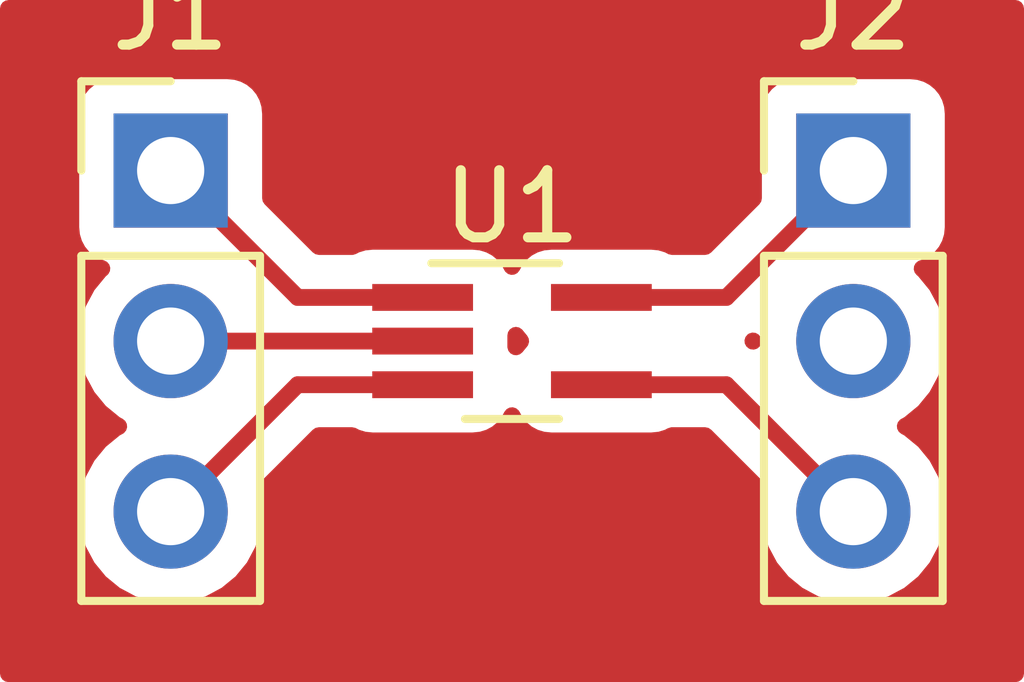
<source format=kicad_pcb>
(kicad_pcb (version 20171130) (host pcbnew 5.1.2)

  (general
    (thickness 1.6)
    (drawings 0)
    (tracks 9)
    (zones 0)
    (modules 3)
    (nets 7)
  )

  (page A4)
  (layers
    (0 F.Cu signal)
    (31 B.Cu signal hide)
    (32 B.Adhes user hide)
    (33 F.Adhes user hide)
    (34 B.Paste user hide)
    (35 F.Paste user hide)
    (36 B.SilkS user hide)
    (37 F.SilkS user hide)
    (38 B.Mask user hide)
    (39 F.Mask user hide)
    (40 Dwgs.User user hide)
    (41 Cmts.User user hide)
    (42 Eco1.User user hide)
    (43 Eco2.User user hide)
    (44 Edge.Cuts user hide)
    (45 Margin user hide)
    (46 B.CrtYd user hide)
    (47 F.CrtYd user hide)
    (48 B.Fab user hide)
    (49 F.Fab user hide)
  )

  (setup
    (last_trace_width 0.25)
    (trace_clearance 0.2)
    (zone_clearance 0.508)
    (zone_45_only no)
    (trace_min 0.2)
    (via_size 0.8)
    (via_drill 0.4)
    (via_min_size 0.4)
    (via_min_drill 0.3)
    (uvia_size 0.3)
    (uvia_drill 0.1)
    (uvias_allowed no)
    (uvia_min_size 0.2)
    (uvia_min_drill 0.1)
    (edge_width 0.05)
    (segment_width 0.2)
    (pcb_text_width 0.3)
    (pcb_text_size 1.5 1.5)
    (mod_edge_width 0.12)
    (mod_text_size 1 1)
    (mod_text_width 0.15)
    (pad_size 1.524 1.524)
    (pad_drill 0.762)
    (pad_to_mask_clearance 0.051)
    (solder_mask_min_width 0.25)
    (aux_axis_origin 0 0)
    (visible_elements FFFFFF7F)
    (pcbplotparams
      (layerselection 0x00000_7fffffff)
      (usegerberextensions false)
      (usegerberattributes false)
      (usegerberadvancedattributes false)
      (creategerberjobfile false)
      (excludeedgelayer true)
      (linewidth 0.100000)
      (plotframeref false)
      (viasonmask false)
      (mode 1)
      (useauxorigin false)
      (hpglpennumber 1)
      (hpglpenspeed 20)
      (hpglpendiameter 15.000000)
      (psnegative true)
      (psa4output false)
      (plotreference true)
      (plotvalue true)
      (plotinvisibletext false)
      (padsonsilk false)
      (subtractmaskfromsilk false)
      (outputformat 4)
      (mirror false)
      (drillshape 2)
      (scaleselection 1)
      (outputdirectory ""))
  )

  (net 0 "")
  (net 1 "Net-(J1-Pad3)")
  (net 2 "Net-(J1-Pad2)")
  (net 3 "Net-(J1-Pad1)")
  (net 4 "Net-(J2-Pad3)")
  (net 5 "Net-(J2-Pad2)")
  (net 6 "Net-(J2-Pad1)")

  (net_class Default "This is the default net class."
    (clearance 0.2)
    (trace_width 0.25)
    (via_dia 0.8)
    (via_drill 0.4)
    (uvia_dia 0.3)
    (uvia_drill 0.1)
    (add_net "Net-(J1-Pad1)")
    (add_net "Net-(J1-Pad2)")
    (add_net "Net-(J1-Pad3)")
    (add_net "Net-(J2-Pad1)")
    (add_net "Net-(J2-Pad2)")
    (add_net "Net-(J2-Pad3)")
  )

  (module Package_TO_SOT_SMD:SOT-353_SC-70-5_Handsoldering (layer F.Cu) (tedit 5C9ED275) (tstamp 5D646377)
    (at 160.02 96.52)
    (descr "SOT-353, SC-70-5, Handsoldering")
    (tags "SOT-353 SC-70-5 Handsoldering")
    (path /5D63F652)
    (attr smd)
    (fp_text reference U1 (at 0 -2) (layer F.SilkS)
      (effects (font (size 1 1) (thickness 0.15)))
    )
    (fp_text value MIC920BC5 (at 0 2 180) (layer F.Fab)
      (effects (font (size 1 1) (thickness 0.15)))
    )
    (fp_line (start -0.175 -1.1) (end -0.675 -0.6) (layer F.Fab) (width 0.1))
    (fp_line (start 0.675 1.1) (end -0.675 1.1) (layer F.Fab) (width 0.1))
    (fp_line (start 0.675 -1.1) (end 0.675 1.1) (layer F.Fab) (width 0.1))
    (fp_line (start -2.4 1.4) (end 2.4 1.4) (layer F.CrtYd) (width 0.05))
    (fp_line (start -0.675 -0.6) (end -0.675 1.1) (layer F.Fab) (width 0.1))
    (fp_line (start 0.675 -1.1) (end -0.175 -1.1) (layer F.Fab) (width 0.1))
    (fp_line (start -2.4 -1.4) (end 2.4 -1.4) (layer F.CrtYd) (width 0.05))
    (fp_line (start -2.4 -1.4) (end -2.4 1.4) (layer F.CrtYd) (width 0.05))
    (fp_line (start 2.4 1.4) (end 2.4 -1.4) (layer F.CrtYd) (width 0.05))
    (fp_line (start -0.7 1.16) (end 0.7 1.16) (layer F.SilkS) (width 0.12))
    (fp_line (start 0.7 -1.16) (end -1.2 -1.16) (layer F.SilkS) (width 0.12))
    (fp_text user %R (at 0 0 90) (layer F.Fab)
      (effects (font (size 0.5 0.5) (thickness 0.075)))
    )
    (pad 5 smd rect (at 1.33 -0.65) (size 1.5 0.4) (layers F.Cu F.Paste F.Mask)
      (net 6 "Net-(J2-Pad1)"))
    (pad 4 smd rect (at 1.33 0.65) (size 1.5 0.4) (layers F.Cu F.Paste F.Mask)
      (net 4 "Net-(J2-Pad3)"))
    (pad 3 smd rect (at -1.33 0.65) (size 1.5 0.4) (layers F.Cu F.Paste F.Mask)
      (net 1 "Net-(J1-Pad3)"))
    (pad 2 smd rect (at -1.33 0) (size 1.5 0.4) (layers F.Cu F.Paste F.Mask)
      (net 2 "Net-(J1-Pad2)"))
    (pad 1 smd rect (at -1.33 -0.65) (size 1.5 0.4) (layers F.Cu F.Paste F.Mask)
      (net 3 "Net-(J1-Pad1)"))
    (model ${KISYS3DMOD}/Package_TO_SOT_SMD.3dshapes/SOT-353_SC-70-5.wrl
      (at (xyz 0 0 0))
      (scale (xyz 1 1 1))
      (rotate (xyz 0 0 0))
    )
  )

  (module Connector_PinHeader_2.54mm:PinHeader_1x03_P2.54mm_Vertical (layer F.Cu) (tedit 59FED5CC) (tstamp 5D646362)
    (at 165.1 93.98)
    (descr "Through hole straight pin header, 1x03, 2.54mm pitch, single row")
    (tags "Through hole pin header THT 1x03 2.54mm single row")
    (path /5D644223)
    (fp_text reference J2 (at 0 -2.33) (layer F.SilkS)
      (effects (font (size 1 1) (thickness 0.15)))
    )
    (fp_text value Conn_01x03 (at 0 7.41) (layer F.Fab) hide
      (effects (font (size 1 1) (thickness 0.15)))
    )
    (fp_text user %R (at 0 2.54 90) (layer F.Fab)
      (effects (font (size 1 1) (thickness 0.15)))
    )
    (fp_line (start 1.8 -1.8) (end -1.8 -1.8) (layer F.CrtYd) (width 0.05))
    (fp_line (start 1.8 6.85) (end 1.8 -1.8) (layer F.CrtYd) (width 0.05))
    (fp_line (start -1.8 6.85) (end 1.8 6.85) (layer F.CrtYd) (width 0.05))
    (fp_line (start -1.8 -1.8) (end -1.8 6.85) (layer F.CrtYd) (width 0.05))
    (fp_line (start -1.33 -1.33) (end 0 -1.33) (layer F.SilkS) (width 0.12))
    (fp_line (start -1.33 0) (end -1.33 -1.33) (layer F.SilkS) (width 0.12))
    (fp_line (start -1.33 1.27) (end 1.33 1.27) (layer F.SilkS) (width 0.12))
    (fp_line (start 1.33 1.27) (end 1.33 6.41) (layer F.SilkS) (width 0.12))
    (fp_line (start -1.33 1.27) (end -1.33 6.41) (layer F.SilkS) (width 0.12))
    (fp_line (start -1.33 6.41) (end 1.33 6.41) (layer F.SilkS) (width 0.12))
    (fp_line (start -1.27 -0.635) (end -0.635 -1.27) (layer F.Fab) (width 0.1))
    (fp_line (start -1.27 6.35) (end -1.27 -0.635) (layer F.Fab) (width 0.1))
    (fp_line (start 1.27 6.35) (end -1.27 6.35) (layer F.Fab) (width 0.1))
    (fp_line (start 1.27 -1.27) (end 1.27 6.35) (layer F.Fab) (width 0.1))
    (fp_line (start -0.635 -1.27) (end 1.27 -1.27) (layer F.Fab) (width 0.1))
    (pad 3 thru_hole oval (at 0 5.08) (size 1.7 1.7) (drill 1) (layers *.Cu *.Mask)
      (net 4 "Net-(J2-Pad3)"))
    (pad 2 thru_hole oval (at 0 2.54) (size 1.7 1.7) (drill 1) (layers *.Cu *.Mask)
      (net 5 "Net-(J2-Pad2)"))
    (pad 1 thru_hole rect (at 0 0) (size 1.7 1.7) (drill 1) (layers *.Cu *.Mask)
      (net 6 "Net-(J2-Pad1)"))
    (model ${KISYS3DMOD}/Connector_PinHeader_2.54mm.3dshapes/PinHeader_1x03_P2.54mm_Vertical.wrl
      (at (xyz 0 0 0))
      (scale (xyz 1 1 1))
      (rotate (xyz 0 0 0))
    )
  )

  (module Connector_PinHeader_2.54mm:PinHeader_1x03_P2.54mm_Vertical (layer F.Cu) (tedit 59FED5CC) (tstamp 5D64634B)
    (at 154.94 93.98)
    (descr "Through hole straight pin header, 1x03, 2.54mm pitch, single row")
    (tags "Through hole pin header THT 1x03 2.54mm single row")
    (path /5D64262F)
    (fp_text reference J1 (at 0 -2.33) (layer F.SilkS)
      (effects (font (size 1 1) (thickness 0.15)))
    )
    (fp_text value Conn_01x03 (at 0 7.41) (layer F.Fab) hide
      (effects (font (size 1 1) (thickness 0.15)))
    )
    (fp_text user %R (at 0 2.54 90) (layer F.Fab)
      (effects (font (size 1 1) (thickness 0.15)))
    )
    (fp_line (start 1.8 -1.8) (end -1.8 -1.8) (layer F.CrtYd) (width 0.05))
    (fp_line (start 1.8 6.85) (end 1.8 -1.8) (layer F.CrtYd) (width 0.05))
    (fp_line (start -1.8 6.85) (end 1.8 6.85) (layer F.CrtYd) (width 0.05))
    (fp_line (start -1.8 -1.8) (end -1.8 6.85) (layer F.CrtYd) (width 0.05))
    (fp_line (start -1.33 -1.33) (end 0 -1.33) (layer F.SilkS) (width 0.12))
    (fp_line (start -1.33 0) (end -1.33 -1.33) (layer F.SilkS) (width 0.12))
    (fp_line (start -1.33 1.27) (end 1.33 1.27) (layer F.SilkS) (width 0.12))
    (fp_line (start 1.33 1.27) (end 1.33 6.41) (layer F.SilkS) (width 0.12))
    (fp_line (start -1.33 1.27) (end -1.33 6.41) (layer F.SilkS) (width 0.12))
    (fp_line (start -1.33 6.41) (end 1.33 6.41) (layer F.SilkS) (width 0.12))
    (fp_line (start -1.27 -0.635) (end -0.635 -1.27) (layer F.Fab) (width 0.1))
    (fp_line (start -1.27 6.35) (end -1.27 -0.635) (layer F.Fab) (width 0.1))
    (fp_line (start 1.27 6.35) (end -1.27 6.35) (layer F.Fab) (width 0.1))
    (fp_line (start 1.27 -1.27) (end 1.27 6.35) (layer F.Fab) (width 0.1))
    (fp_line (start -0.635 -1.27) (end 1.27 -1.27) (layer F.Fab) (width 0.1))
    (pad 3 thru_hole oval (at 0 5.08) (size 1.7 1.7) (drill 1) (layers *.Cu *.Mask)
      (net 1 "Net-(J1-Pad3)"))
    (pad 2 thru_hole oval (at 0 2.54) (size 1.7 1.7) (drill 1) (layers *.Cu *.Mask)
      (net 2 "Net-(J1-Pad2)"))
    (pad 1 thru_hole rect (at 0 0) (size 1.7 1.7) (drill 1) (layers *.Cu *.Mask)
      (net 3 "Net-(J1-Pad1)"))
    (model ${KISYS3DMOD}/Connector_PinHeader_2.54mm.3dshapes/PinHeader_1x03_P2.54mm_Vertical.wrl
      (at (xyz 0 0 0))
      (scale (xyz 1 1 1))
      (rotate (xyz 0 0 0))
    )
  )

  (segment (start 156.83 97.17) (end 154.94 99.06) (width 0.25) (layer F.Cu) (net 1))
  (segment (start 158.69 97.17) (end 156.83 97.17) (width 0.25) (layer F.Cu) (net 1))
  (segment (start 158.69 96.52) (end 154.94 96.52) (width 0.25) (layer F.Cu) (net 2))
  (segment (start 156.83 95.87) (end 154.94 93.98) (width 0.25) (layer F.Cu) (net 3))
  (segment (start 158.69 95.87) (end 156.83 95.87) (width 0.25) (layer F.Cu) (net 3))
  (segment (start 163.21 97.17) (end 165.1 99.06) (width 0.25) (layer F.Cu) (net 4))
  (segment (start 161.35 97.17) (end 163.21 97.17) (width 0.25) (layer F.Cu) (net 4))
  (segment (start 163.21 95.87) (end 165.1 93.98) (width 0.25) (layer F.Cu) (net 6))
  (segment (start 161.35 95.87) (end 163.21 95.87) (width 0.25) (layer F.Cu) (net 6))

  (zone (net 0) (net_name "") (layer F.Cu) (tstamp 5D7BF9B9) (hatch edge 0.508)
    (connect_pads (clearance 0.508))
    (min_thickness 0.254)
    (fill yes (arc_segments 32) (thermal_gap 0.508) (thermal_bridge_width 0.508))
    (polygon
      (pts
        (xy 152.4 91.44) (xy 167.64 91.44) (xy 167.64 101.6) (xy 152.4 101.6)
      )
    )
    (filled_polygon
      (pts
        (xy 167.513 101.473) (xy 152.527 101.473) (xy 152.527 96.52) (xy 153.447815 96.52) (xy 153.476487 96.811111)
        (xy 153.561401 97.091034) (xy 153.699294 97.349014) (xy 153.884866 97.575134) (xy 154.110986 97.760706) (xy 154.165791 97.79)
        (xy 154.110986 97.819294) (xy 153.884866 98.004866) (xy 153.699294 98.230986) (xy 153.561401 98.488966) (xy 153.476487 98.768889)
        (xy 153.447815 99.06) (xy 153.476487 99.351111) (xy 153.561401 99.631034) (xy 153.699294 99.889014) (xy 153.884866 100.115134)
        (xy 154.110986 100.300706) (xy 154.368966 100.438599) (xy 154.648889 100.523513) (xy 154.86705 100.545) (xy 155.01295 100.545)
        (xy 155.231111 100.523513) (xy 155.511034 100.438599) (xy 155.769014 100.300706) (xy 155.995134 100.115134) (xy 156.180706 99.889014)
        (xy 156.318599 99.631034) (xy 156.403513 99.351111) (xy 156.432185 99.06) (xy 156.403513 98.768889) (xy 156.380797 98.694005)
        (xy 157.144802 97.93) (xy 157.640627 97.93) (xy 157.69582 97.959502) (xy 157.815518 97.995812) (xy 157.94 98.008072)
        (xy 159.44 98.008072) (xy 159.564482 97.995812) (xy 159.68418 97.959502) (xy 159.794494 97.900537) (xy 159.891185 97.821185)
        (xy 159.970537 97.724494) (xy 160.02 97.631957) (xy 160.069463 97.724494) (xy 160.148815 97.821185) (xy 160.245506 97.900537)
        (xy 160.35582 97.959502) (xy 160.475518 97.995812) (xy 160.6 98.008072) (xy 162.1 98.008072) (xy 162.224482 97.995812)
        (xy 162.34418 97.959502) (xy 162.399373 97.93) (xy 162.895199 97.93) (xy 163.659203 98.694005) (xy 163.636487 98.768889)
        (xy 163.607815 99.06) (xy 163.636487 99.351111) (xy 163.721401 99.631034) (xy 163.859294 99.889014) (xy 164.044866 100.115134)
        (xy 164.270986 100.300706) (xy 164.528966 100.438599) (xy 164.808889 100.523513) (xy 165.02705 100.545) (xy 165.17295 100.545)
        (xy 165.391111 100.523513) (xy 165.671034 100.438599) (xy 165.929014 100.300706) (xy 166.155134 100.115134) (xy 166.340706 99.889014)
        (xy 166.478599 99.631034) (xy 166.563513 99.351111) (xy 166.592185 99.06) (xy 166.563513 98.768889) (xy 166.478599 98.488966)
        (xy 166.340706 98.230986) (xy 166.155134 98.004866) (xy 165.929014 97.819294) (xy 165.874209 97.79) (xy 165.929014 97.760706)
        (xy 166.155134 97.575134) (xy 166.340706 97.349014) (xy 166.478599 97.091034) (xy 166.563513 96.811111) (xy 166.592185 96.52)
        (xy 166.563513 96.228889) (xy 166.478599 95.948966) (xy 166.340706 95.690986) (xy 166.155134 95.464866) (xy 166.125313 95.440393)
        (xy 166.19418 95.419502) (xy 166.304494 95.360537) (xy 166.401185 95.281185) (xy 166.480537 95.184494) (xy 166.539502 95.07418)
        (xy 166.575812 94.954482) (xy 166.588072 94.83) (xy 166.588072 93.13) (xy 166.575812 93.005518) (xy 166.539502 92.88582)
        (xy 166.480537 92.775506) (xy 166.401185 92.678815) (xy 166.304494 92.599463) (xy 166.19418 92.540498) (xy 166.074482 92.504188)
        (xy 165.95 92.491928) (xy 164.25 92.491928) (xy 164.125518 92.504188) (xy 164.00582 92.540498) (xy 163.895506 92.599463)
        (xy 163.798815 92.678815) (xy 163.719463 92.775506) (xy 163.660498 92.88582) (xy 163.624188 93.005518) (xy 163.611928 93.13)
        (xy 163.611928 94.393271) (xy 162.895199 95.11) (xy 162.399373 95.11) (xy 162.34418 95.080498) (xy 162.224482 95.044188)
        (xy 162.1 95.031928) (xy 160.6 95.031928) (xy 160.475518 95.044188) (xy 160.35582 95.080498) (xy 160.245506 95.139463)
        (xy 160.148815 95.218815) (xy 160.069463 95.315506) (xy 160.02 95.408043) (xy 159.970537 95.315506) (xy 159.891185 95.218815)
        (xy 159.794494 95.139463) (xy 159.68418 95.080498) (xy 159.564482 95.044188) (xy 159.44 95.031928) (xy 157.94 95.031928)
        (xy 157.815518 95.044188) (xy 157.69582 95.080498) (xy 157.640627 95.11) (xy 157.144802 95.11) (xy 156.428072 94.39327)
        (xy 156.428072 93.13) (xy 156.415812 93.005518) (xy 156.379502 92.88582) (xy 156.320537 92.775506) (xy 156.241185 92.678815)
        (xy 156.144494 92.599463) (xy 156.03418 92.540498) (xy 155.914482 92.504188) (xy 155.79 92.491928) (xy 154.09 92.491928)
        (xy 153.965518 92.504188) (xy 153.84582 92.540498) (xy 153.735506 92.599463) (xy 153.638815 92.678815) (xy 153.559463 92.775506)
        (xy 153.500498 92.88582) (xy 153.464188 93.005518) (xy 153.451928 93.13) (xy 153.451928 94.83) (xy 153.464188 94.954482)
        (xy 153.500498 95.07418) (xy 153.559463 95.184494) (xy 153.638815 95.281185) (xy 153.735506 95.360537) (xy 153.84582 95.419502)
        (xy 153.914687 95.440393) (xy 153.884866 95.464866) (xy 153.699294 95.690986) (xy 153.561401 95.948966) (xy 153.476487 96.228889)
        (xy 153.447815 96.52) (xy 152.527 96.52) (xy 152.527 91.567) (xy 167.513 91.567)
      )
    )
    (filled_polygon
      (pts
        (xy 160.147842 96.52) (xy 160.078072 96.605016) (xy 160.078072 96.434984)
      )
    )
    (filled_polygon
      (pts
        (xy 163.607815 96.52) (xy 163.607907 96.520931) (xy 163.606165 96.52) (xy 163.607907 96.519069)
      )
    )
  )
)

</source>
